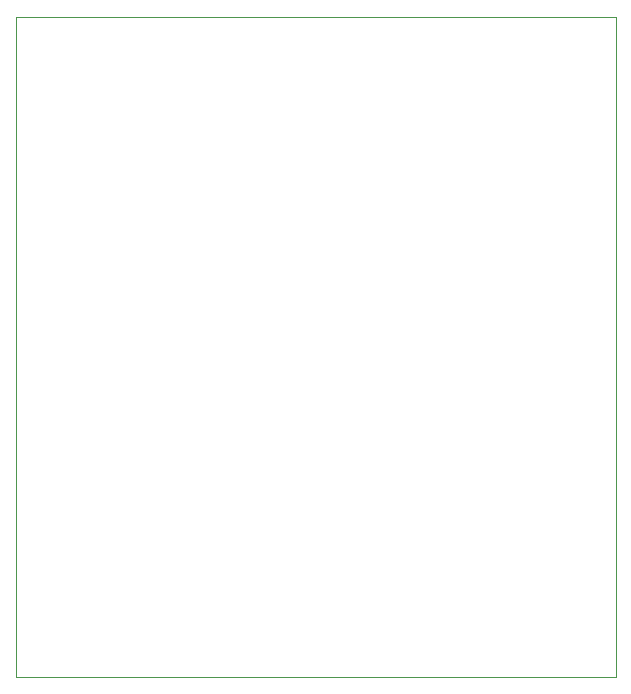
<source format=gbr>
%TF.GenerationSoftware,KiCad,Pcbnew,7.0.9*%
%TF.CreationDate,2023-11-18T21:52:13-06:00*%
%TF.ProjectId,batttlebot_pcb,62617474-746c-4656-926f-745f7063622e,rev?*%
%TF.SameCoordinates,Original*%
%TF.FileFunction,Profile,NP*%
%FSLAX46Y46*%
G04 Gerber Fmt 4.6, Leading zero omitted, Abs format (unit mm)*
G04 Created by KiCad (PCBNEW 7.0.9) date 2023-11-18 21:52:13*
%MOMM*%
%LPD*%
G01*
G04 APERTURE LIST*
%TA.AperFunction,Profile*%
%ADD10C,0.100000*%
%TD*%
G04 APERTURE END LIST*
D10*
X109220000Y-68580000D02*
X160020000Y-68580000D01*
X160020000Y-124460000D01*
X109220000Y-124460000D01*
X109220000Y-68580000D01*
M02*

</source>
